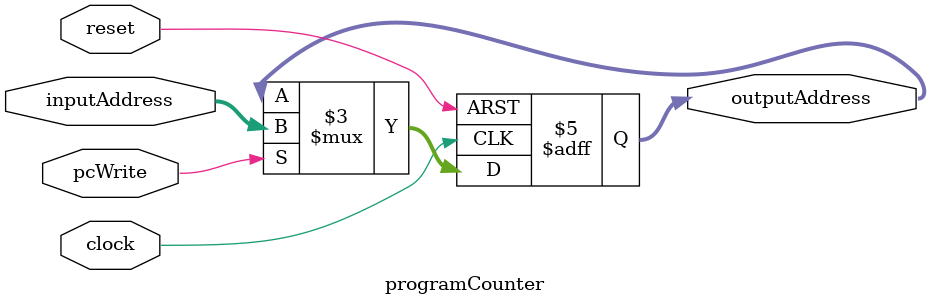
<source format=v>
/*
 * Date: 4-25-2021
 * Author: Ramsey Alahmad
 * Name: programCounter
 */

module programCounter
#(parameter SIZE = 16)
(
    input reset, clock, pcWrite,
    input[SIZE-1:0] inputAddress,
    output reg[SIZE-1:0] outputAddress
);

//reg[SIZE-1:0] reserveAddress;
always@(posedge clock, negedge reset)
begin
    if(!reset)
    begin
        //reserveAddress <= 0;
        outputAddress <= 0;
    end
    else
    begin
        if(pcWrite)
            outputAddress <= inputAddress;   
            /*outputAddress <= reserveAddress;
        else
        begin
            outputAddress <= inputAddress;
            reserveAddress <= inputAddress;
       end*/
    end       
end
endmodule

</source>
